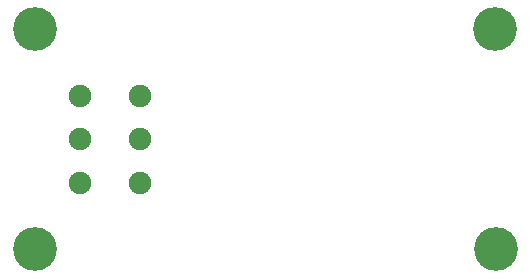
<source format=gbs>
G04 #@! TF.FileFunction,Soldermask,Bot*
%FSLAX46Y46*%
G04 Gerber Fmt 4.6, Leading zero omitted, Abs format (unit mm)*
G04 Created by KiCad (PCBNEW 4.0.7) date 01/10/18 12:45:49*
%MOMM*%
%LPD*%
G01*
G04 APERTURE LIST*
%ADD10C,0.150000*%
%ADD11C,3.708000*%
%ADD12C,1.908000*%
%ADD13O,1.908000X1.908000*%
G04 APERTURE END LIST*
D10*
D11*
X118600000Y-72850000D03*
X79550000Y-72850000D03*
X118550000Y-54150000D03*
X79550000Y-54150000D03*
D12*
X88510000Y-59820000D03*
D13*
X83430000Y-59820000D03*
D12*
X88510000Y-63510000D03*
D13*
X83430000Y-63510000D03*
D12*
X88510000Y-67250000D03*
D13*
X83430000Y-67250000D03*
M02*

</source>
